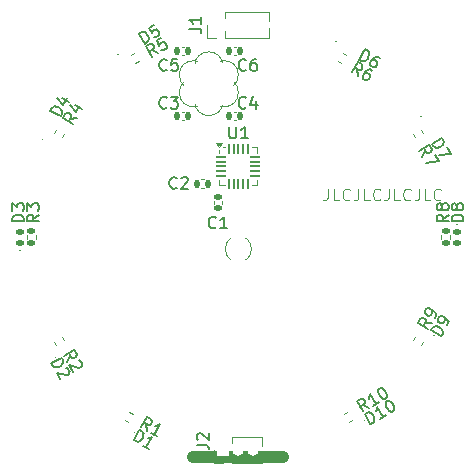
<source format=gto>
%TF.GenerationSoftware,KiCad,Pcbnew,8.0.7*%
%TF.CreationDate,2024-12-04T21:33:05-06:00*%
%TF.ProjectId,b1,62312e6b-6963-4616-945f-706362585858,rev?*%
%TF.SameCoordinates,Original*%
%TF.FileFunction,Legend,Top*%
%TF.FilePolarity,Positive*%
%FSLAX46Y46*%
G04 Gerber Fmt 4.6, Leading zero omitted, Abs format (unit mm)*
G04 Created by KiCad (PCBNEW 8.0.7) date 2024-12-04 21:33:05*
%MOMM*%
%LPD*%
G01*
G04 APERTURE LIST*
G04 Aperture macros list*
%AMRoundRect*
0 Rectangle with rounded corners*
0 $1 Rounding radius*
0 $2 $3 $4 $5 $6 $7 $8 $9 X,Y pos of 4 corners*
0 Add a 4 corners polygon primitive as box body*
4,1,4,$2,$3,$4,$5,$6,$7,$8,$9,$2,$3,0*
0 Add four circle primitives for the rounded corners*
1,1,$1+$1,$2,$3*
1,1,$1+$1,$4,$5*
1,1,$1+$1,$6,$7*
1,1,$1+$1,$8,$9*
0 Add four rect primitives between the rounded corners*
20,1,$1+$1,$2,$3,$4,$5,0*
20,1,$1+$1,$4,$5,$6,$7,0*
20,1,$1+$1,$6,$7,$8,$9,0*
20,1,$1+$1,$8,$9,$2,$3,0*%
G04 Aperture macros list end*
%ADD10C,0.100000*%
%ADD11C,0.150000*%
%ADD12C,1.000000*%
%ADD13C,0.120000*%
%ADD14RoundRect,0.135000X0.209413X0.092715X-0.024413X0.227715X-0.209413X-0.092715X0.024413X-0.227715X0*%
%ADD15RoundRect,0.147500X0.223139X-0.041489X0.075639X0.213989X-0.223139X0.041489X-0.075639X-0.213989X0*%
%ADD16RoundRect,0.140000X-0.140000X-0.170000X0.140000X-0.170000X0.140000X0.170000X-0.140000X0.170000X0*%
%ADD17O,1.000000X1.000000*%
%ADD18R,1.000000X1.000000*%
%ADD19RoundRect,0.135000X0.227715X-0.024413X0.092715X0.209413X-0.227715X0.024413X-0.092715X-0.209413X0*%
%ADD20RoundRect,0.147500X0.213989X0.075639X-0.041489X0.223139X-0.213989X-0.075639X0.041489X-0.223139X0*%
%ADD21RoundRect,0.050000X-0.375000X-0.050000X0.375000X-0.050000X0.375000X0.050000X-0.375000X0.050000X0*%
%ADD22RoundRect,0.050000X-0.050000X-0.375000X0.050000X-0.375000X0.050000X0.375000X-0.050000X0.375000X0*%
%ADD23R,1.650000X1.650000*%
%ADD24C,2.000000*%
%ADD25RoundRect,0.140000X-0.170000X0.140000X-0.170000X-0.140000X0.170000X-0.140000X0.170000X0.140000X0*%
%ADD26RoundRect,0.140000X0.140000X0.170000X-0.140000X0.170000X-0.140000X-0.170000X0.140000X-0.170000X0*%
%ADD27RoundRect,0.135000X0.024413X0.227715X-0.209413X0.092715X-0.024413X-0.227715X0.209413X-0.092715X0*%
%ADD28RoundRect,0.147500X-0.213989X-0.075639X0.041489X-0.223139X0.213989X0.075639X-0.041489X0.223139X0*%
%ADD29RoundRect,0.135000X-0.185000X0.135000X-0.185000X-0.135000X0.185000X-0.135000X0.185000X0.135000X0*%
%ADD30RoundRect,0.135000X0.092715X-0.209413X0.227715X0.024413X-0.092715X0.209413X-0.227715X-0.024413X0*%
%ADD31RoundRect,0.135000X0.185000X-0.135000X0.185000X0.135000X-0.185000X0.135000X-0.185000X-0.135000X0*%
%ADD32RoundRect,0.147500X0.041489X0.223139X-0.213989X0.075639X-0.041489X-0.223139X0.213989X-0.075639X0*%
%ADD33RoundRect,0.135000X-0.209413X-0.092715X0.024413X-0.227715X0.209413X0.092715X-0.024413X0.227715X0*%
%ADD34RoundRect,0.135000X-0.024413X-0.227715X0.209413X-0.092715X0.024413X0.227715X-0.209413X0.092715X0*%
%ADD35C,10.000000*%
%ADD36RoundRect,0.135000X-0.092715X0.209413X-0.227715X-0.024413X0.092715X-0.209413X0.227715X0.024413X0*%
%ADD37O,1.200000X3.200000*%
%ADD38RoundRect,0.147500X-0.041489X-0.223139X0.213989X-0.075639X0.041489X0.223139X-0.213989X0.075639X0*%
%ADD39RoundRect,0.147500X-0.075639X0.213989X-0.223139X-0.041489X0.075639X-0.213989X0.223139X0.041489X0*%
%ADD40C,4.000000*%
%ADD41RoundRect,0.135000X-0.227715X0.024413X-0.092715X-0.209413X0.227715X-0.024413X0.092715X0.209413X0*%
%ADD42RoundRect,0.147500X0.172500X-0.147500X0.172500X0.147500X-0.172500X0.147500X-0.172500X-0.147500X0*%
%ADD43RoundRect,0.147500X0.075639X-0.213989X0.223139X0.041489X-0.075639X0.213989X-0.223139X-0.041489X0*%
%ADD44RoundRect,0.147500X-0.223139X0.041489X-0.075639X-0.213989X0.223139X-0.041489X0.075639X0.213989X0*%
%ADD45RoundRect,0.147500X-0.172500X0.147500X-0.172500X-0.147500X0.172500X-0.147500X0.172500X0.147500X0*%
G04 APERTURE END LIST*
D10*
X57589598Y-45872419D02*
X57589598Y-46586704D01*
X57589598Y-46586704D02*
X57541979Y-46729561D01*
X57541979Y-46729561D02*
X57446741Y-46824800D01*
X57446741Y-46824800D02*
X57303884Y-46872419D01*
X57303884Y-46872419D02*
X57208646Y-46872419D01*
X58541979Y-46872419D02*
X58065789Y-46872419D01*
X58065789Y-46872419D02*
X58065789Y-45872419D01*
X59446741Y-46777180D02*
X59399122Y-46824800D01*
X59399122Y-46824800D02*
X59256265Y-46872419D01*
X59256265Y-46872419D02*
X59161027Y-46872419D01*
X59161027Y-46872419D02*
X59018170Y-46824800D01*
X59018170Y-46824800D02*
X58922932Y-46729561D01*
X58922932Y-46729561D02*
X58875313Y-46634323D01*
X58875313Y-46634323D02*
X58827694Y-46443847D01*
X58827694Y-46443847D02*
X58827694Y-46300990D01*
X58827694Y-46300990D02*
X58875313Y-46110514D01*
X58875313Y-46110514D02*
X58922932Y-46015276D01*
X58922932Y-46015276D02*
X59018170Y-45920038D01*
X59018170Y-45920038D02*
X59161027Y-45872419D01*
X59161027Y-45872419D02*
X59256265Y-45872419D01*
X59256265Y-45872419D02*
X59399122Y-45920038D01*
X59399122Y-45920038D02*
X59446741Y-45967657D01*
X60161027Y-45872419D02*
X60161027Y-46586704D01*
X60161027Y-46586704D02*
X60113408Y-46729561D01*
X60113408Y-46729561D02*
X60018170Y-46824800D01*
X60018170Y-46824800D02*
X59875313Y-46872419D01*
X59875313Y-46872419D02*
X59780075Y-46872419D01*
X61113408Y-46872419D02*
X60637218Y-46872419D01*
X60637218Y-46872419D02*
X60637218Y-45872419D01*
X62018170Y-46777180D02*
X61970551Y-46824800D01*
X61970551Y-46824800D02*
X61827694Y-46872419D01*
X61827694Y-46872419D02*
X61732456Y-46872419D01*
X61732456Y-46872419D02*
X61589599Y-46824800D01*
X61589599Y-46824800D02*
X61494361Y-46729561D01*
X61494361Y-46729561D02*
X61446742Y-46634323D01*
X61446742Y-46634323D02*
X61399123Y-46443847D01*
X61399123Y-46443847D02*
X61399123Y-46300990D01*
X61399123Y-46300990D02*
X61446742Y-46110514D01*
X61446742Y-46110514D02*
X61494361Y-46015276D01*
X61494361Y-46015276D02*
X61589599Y-45920038D01*
X61589599Y-45920038D02*
X61732456Y-45872419D01*
X61732456Y-45872419D02*
X61827694Y-45872419D01*
X61827694Y-45872419D02*
X61970551Y-45920038D01*
X61970551Y-45920038D02*
X62018170Y-45967657D01*
X62732456Y-45872419D02*
X62732456Y-46586704D01*
X62732456Y-46586704D02*
X62684837Y-46729561D01*
X62684837Y-46729561D02*
X62589599Y-46824800D01*
X62589599Y-46824800D02*
X62446742Y-46872419D01*
X62446742Y-46872419D02*
X62351504Y-46872419D01*
X63684837Y-46872419D02*
X63208647Y-46872419D01*
X63208647Y-46872419D02*
X63208647Y-45872419D01*
X64589599Y-46777180D02*
X64541980Y-46824800D01*
X64541980Y-46824800D02*
X64399123Y-46872419D01*
X64399123Y-46872419D02*
X64303885Y-46872419D01*
X64303885Y-46872419D02*
X64161028Y-46824800D01*
X64161028Y-46824800D02*
X64065790Y-46729561D01*
X64065790Y-46729561D02*
X64018171Y-46634323D01*
X64018171Y-46634323D02*
X63970552Y-46443847D01*
X63970552Y-46443847D02*
X63970552Y-46300990D01*
X63970552Y-46300990D02*
X64018171Y-46110514D01*
X64018171Y-46110514D02*
X64065790Y-46015276D01*
X64065790Y-46015276D02*
X64161028Y-45920038D01*
X64161028Y-45920038D02*
X64303885Y-45872419D01*
X64303885Y-45872419D02*
X64399123Y-45872419D01*
X64399123Y-45872419D02*
X64541980Y-45920038D01*
X64541980Y-45920038D02*
X64589599Y-45967657D01*
X65303885Y-45872419D02*
X65303885Y-46586704D01*
X65303885Y-46586704D02*
X65256266Y-46729561D01*
X65256266Y-46729561D02*
X65161028Y-46824800D01*
X65161028Y-46824800D02*
X65018171Y-46872419D01*
X65018171Y-46872419D02*
X64922933Y-46872419D01*
X66256266Y-46872419D02*
X65780076Y-46872419D01*
X65780076Y-46872419D02*
X65780076Y-45872419D01*
X67161028Y-46777180D02*
X67113409Y-46824800D01*
X67113409Y-46824800D02*
X66970552Y-46872419D01*
X66970552Y-46872419D02*
X66875314Y-46872419D01*
X66875314Y-46872419D02*
X66732457Y-46824800D01*
X66732457Y-46824800D02*
X66637219Y-46729561D01*
X66637219Y-46729561D02*
X66589600Y-46634323D01*
X66589600Y-46634323D02*
X66541981Y-46443847D01*
X66541981Y-46443847D02*
X66541981Y-46300990D01*
X66541981Y-46300990D02*
X66589600Y-46110514D01*
X66589600Y-46110514D02*
X66637219Y-46015276D01*
X66637219Y-46015276D02*
X66732457Y-45920038D01*
X66732457Y-45920038D02*
X66875314Y-45872419D01*
X66875314Y-45872419D02*
X66970552Y-45872419D01*
X66970552Y-45872419D02*
X67113409Y-45920038D01*
X67113409Y-45920038D02*
X67161028Y-45967657D01*
D11*
X42250146Y-66373528D02*
X42199566Y-65794469D01*
X41755274Y-66087814D02*
X42255274Y-65221789D01*
X42255274Y-65221789D02*
X42585189Y-65412265D01*
X42585189Y-65412265D02*
X42643858Y-65501123D01*
X42643858Y-65501123D02*
X42661288Y-65566172D01*
X42661288Y-65566172D02*
X42654908Y-65672460D01*
X42654908Y-65672460D02*
X42583479Y-65796178D01*
X42583479Y-65796178D02*
X42494621Y-65854847D01*
X42494621Y-65854847D02*
X42429572Y-65872277D01*
X42429572Y-65872277D02*
X42323284Y-65865897D01*
X42323284Y-65865897D02*
X41993370Y-65675421D01*
X43074932Y-66849719D02*
X42580060Y-66564004D01*
X42827496Y-66706862D02*
X43327496Y-65840836D01*
X43327496Y-65840836D02*
X43173589Y-65916935D01*
X43173589Y-65916935D02*
X43043491Y-65951795D01*
X43043491Y-65951795D02*
X42937203Y-65945415D01*
X34166431Y-60685093D02*
X35032457Y-60185093D01*
X35032457Y-60185093D02*
X35151504Y-60391290D01*
X35151504Y-60391290D02*
X35181694Y-60538817D01*
X35181694Y-60538817D02*
X35146834Y-60668915D01*
X35146834Y-60668915D02*
X35088165Y-60757773D01*
X35088165Y-60757773D02*
X34947017Y-60894251D01*
X34947017Y-60894251D02*
X34823299Y-60965679D01*
X34823299Y-60965679D02*
X34634533Y-61019678D01*
X34634533Y-61019678D02*
X34528244Y-61026058D01*
X34528244Y-61026058D02*
X34398147Y-60991198D01*
X34398147Y-60991198D02*
X34285479Y-60891290D01*
X34285479Y-60891290D02*
X34166431Y-60685093D01*
X35426169Y-61057499D02*
X35491217Y-61074928D01*
X35491217Y-61074928D02*
X35580076Y-61133597D01*
X35580076Y-61133597D02*
X35699123Y-61339794D01*
X35699123Y-61339794D02*
X35705503Y-61446082D01*
X35705503Y-61446082D02*
X35688073Y-61511131D01*
X35688073Y-61511131D02*
X35629404Y-61599989D01*
X35629404Y-61599989D02*
X35546926Y-61647608D01*
X35546926Y-61647608D02*
X35399398Y-61677798D01*
X35399398Y-61677798D02*
X34618812Y-61468640D01*
X34618812Y-61468640D02*
X34928336Y-62004751D01*
X50633333Y-35809580D02*
X50585714Y-35857200D01*
X50585714Y-35857200D02*
X50442857Y-35904819D01*
X50442857Y-35904819D02*
X50347619Y-35904819D01*
X50347619Y-35904819D02*
X50204762Y-35857200D01*
X50204762Y-35857200D02*
X50109524Y-35761961D01*
X50109524Y-35761961D02*
X50061905Y-35666723D01*
X50061905Y-35666723D02*
X50014286Y-35476247D01*
X50014286Y-35476247D02*
X50014286Y-35333390D01*
X50014286Y-35333390D02*
X50061905Y-35142914D01*
X50061905Y-35142914D02*
X50109524Y-35047676D01*
X50109524Y-35047676D02*
X50204762Y-34952438D01*
X50204762Y-34952438D02*
X50347619Y-34904819D01*
X50347619Y-34904819D02*
X50442857Y-34904819D01*
X50442857Y-34904819D02*
X50585714Y-34952438D01*
X50585714Y-34952438D02*
X50633333Y-35000057D01*
X51490476Y-34904819D02*
X51300000Y-34904819D01*
X51300000Y-34904819D02*
X51204762Y-34952438D01*
X51204762Y-34952438D02*
X51157143Y-35000057D01*
X51157143Y-35000057D02*
X51061905Y-35142914D01*
X51061905Y-35142914D02*
X51014286Y-35333390D01*
X51014286Y-35333390D02*
X51014286Y-35714342D01*
X51014286Y-35714342D02*
X51061905Y-35809580D01*
X51061905Y-35809580D02*
X51109524Y-35857200D01*
X51109524Y-35857200D02*
X51204762Y-35904819D01*
X51204762Y-35904819D02*
X51395238Y-35904819D01*
X51395238Y-35904819D02*
X51490476Y-35857200D01*
X51490476Y-35857200D02*
X51538095Y-35809580D01*
X51538095Y-35809580D02*
X51585714Y-35714342D01*
X51585714Y-35714342D02*
X51585714Y-35476247D01*
X51585714Y-35476247D02*
X51538095Y-35381009D01*
X51538095Y-35381009D02*
X51490476Y-35333390D01*
X51490476Y-35333390D02*
X51395238Y-35285771D01*
X51395238Y-35285771D02*
X51204762Y-35285771D01*
X51204762Y-35285771D02*
X51109524Y-35333390D01*
X51109524Y-35333390D02*
X51061905Y-35381009D01*
X51061905Y-35381009D02*
X51014286Y-35476247D01*
X45854819Y-32333333D02*
X46569104Y-32333333D01*
X46569104Y-32333333D02*
X46711961Y-32380952D01*
X46711961Y-32380952D02*
X46807200Y-32476190D01*
X46807200Y-32476190D02*
X46854819Y-32619047D01*
X46854819Y-32619047D02*
X46854819Y-32714285D01*
X46854819Y-31333333D02*
X46854819Y-31904761D01*
X46854819Y-31619047D02*
X45854819Y-31619047D01*
X45854819Y-31619047D02*
X45997676Y-31714285D01*
X45997676Y-31714285D02*
X46092914Y-31809523D01*
X46092914Y-31809523D02*
X46140533Y-31904761D01*
X35534678Y-60554965D02*
X35780404Y-60028195D01*
X35248963Y-60060093D02*
X36114989Y-59560093D01*
X36114989Y-59560093D02*
X36305465Y-59890008D01*
X36305465Y-59890008D02*
X36311845Y-59996296D01*
X36311845Y-59996296D02*
X36294415Y-60061345D01*
X36294415Y-60061345D02*
X36235746Y-60150203D01*
X36235746Y-60150203D02*
X36112028Y-60221632D01*
X36112028Y-60221632D02*
X36005740Y-60228011D01*
X36005740Y-60228011D02*
X35940691Y-60210582D01*
X35940691Y-60210582D02*
X35851833Y-60151913D01*
X35851833Y-60151913D02*
X35661356Y-59821998D01*
X36508701Y-60432499D02*
X36573749Y-60449928D01*
X36573749Y-60449928D02*
X36662608Y-60508597D01*
X36662608Y-60508597D02*
X36781655Y-60714794D01*
X36781655Y-60714794D02*
X36788035Y-60821082D01*
X36788035Y-60821082D02*
X36770605Y-60886131D01*
X36770605Y-60886131D02*
X36711936Y-60974989D01*
X36711936Y-60974989D02*
X36629458Y-61022608D01*
X36629458Y-61022608D02*
X36481930Y-61052798D01*
X36481930Y-61052798D02*
X35701344Y-60843640D01*
X35701344Y-60843640D02*
X36010868Y-61379751D01*
X41130274Y-67170346D02*
X41630274Y-66304321D01*
X41630274Y-66304321D02*
X41836471Y-66423368D01*
X41836471Y-66423368D02*
X41936379Y-66536036D01*
X41936379Y-66536036D02*
X41971239Y-66666134D01*
X41971239Y-66666134D02*
X41964859Y-66772422D01*
X41964859Y-66772422D02*
X41910860Y-66961189D01*
X41910860Y-66961189D02*
X41839432Y-67084907D01*
X41839432Y-67084907D02*
X41702954Y-67226054D01*
X41702954Y-67226054D02*
X41614096Y-67284723D01*
X41614096Y-67284723D02*
X41483998Y-67319583D01*
X41483998Y-67319583D02*
X41336471Y-67289394D01*
X41336471Y-67289394D02*
X41130274Y-67170346D01*
X42449932Y-67932251D02*
X41955060Y-67646536D01*
X42202496Y-67789394D02*
X42702496Y-66923368D01*
X42702496Y-66923368D02*
X42548589Y-66999467D01*
X42548589Y-66999467D02*
X42418491Y-67034327D01*
X42418491Y-67034327D02*
X42312203Y-67027947D01*
X49238095Y-40624819D02*
X49238095Y-41434342D01*
X49238095Y-41434342D02*
X49285714Y-41529580D01*
X49285714Y-41529580D02*
X49333333Y-41577200D01*
X49333333Y-41577200D02*
X49428571Y-41624819D01*
X49428571Y-41624819D02*
X49619047Y-41624819D01*
X49619047Y-41624819D02*
X49714285Y-41577200D01*
X49714285Y-41577200D02*
X49761904Y-41529580D01*
X49761904Y-41529580D02*
X49809523Y-41434342D01*
X49809523Y-41434342D02*
X49809523Y-40624819D01*
X50809523Y-41624819D02*
X50238095Y-41624819D01*
X50523809Y-41624819D02*
X50523809Y-40624819D01*
X50523809Y-40624819D02*
X50428571Y-40767676D01*
X50428571Y-40767676D02*
X50333333Y-40862914D01*
X50333333Y-40862914D02*
X50238095Y-40910533D01*
X48108333Y-49159580D02*
X48060714Y-49207200D01*
X48060714Y-49207200D02*
X47917857Y-49254819D01*
X47917857Y-49254819D02*
X47822619Y-49254819D01*
X47822619Y-49254819D02*
X47679762Y-49207200D01*
X47679762Y-49207200D02*
X47584524Y-49111961D01*
X47584524Y-49111961D02*
X47536905Y-49016723D01*
X47536905Y-49016723D02*
X47489286Y-48826247D01*
X47489286Y-48826247D02*
X47489286Y-48683390D01*
X47489286Y-48683390D02*
X47536905Y-48492914D01*
X47536905Y-48492914D02*
X47584524Y-48397676D01*
X47584524Y-48397676D02*
X47679762Y-48302438D01*
X47679762Y-48302438D02*
X47822619Y-48254819D01*
X47822619Y-48254819D02*
X47917857Y-48254819D01*
X47917857Y-48254819D02*
X48060714Y-48302438D01*
X48060714Y-48302438D02*
X48108333Y-48350057D01*
X49060714Y-49254819D02*
X48489286Y-49254819D01*
X48775000Y-49254819D02*
X48775000Y-48254819D01*
X48775000Y-48254819D02*
X48679762Y-48397676D01*
X48679762Y-48397676D02*
X48584524Y-48492914D01*
X48584524Y-48492914D02*
X48489286Y-48540533D01*
X43933333Y-35809580D02*
X43885714Y-35857200D01*
X43885714Y-35857200D02*
X43742857Y-35904819D01*
X43742857Y-35904819D02*
X43647619Y-35904819D01*
X43647619Y-35904819D02*
X43504762Y-35857200D01*
X43504762Y-35857200D02*
X43409524Y-35761961D01*
X43409524Y-35761961D02*
X43361905Y-35666723D01*
X43361905Y-35666723D02*
X43314286Y-35476247D01*
X43314286Y-35476247D02*
X43314286Y-35333390D01*
X43314286Y-35333390D02*
X43361905Y-35142914D01*
X43361905Y-35142914D02*
X43409524Y-35047676D01*
X43409524Y-35047676D02*
X43504762Y-34952438D01*
X43504762Y-34952438D02*
X43647619Y-34904819D01*
X43647619Y-34904819D02*
X43742857Y-34904819D01*
X43742857Y-34904819D02*
X43885714Y-34952438D01*
X43885714Y-34952438D02*
X43933333Y-35000057D01*
X44838095Y-34904819D02*
X44361905Y-34904819D01*
X44361905Y-34904819D02*
X44314286Y-35381009D01*
X44314286Y-35381009D02*
X44361905Y-35333390D01*
X44361905Y-35333390D02*
X44457143Y-35285771D01*
X44457143Y-35285771D02*
X44695238Y-35285771D01*
X44695238Y-35285771D02*
X44790476Y-35333390D01*
X44790476Y-35333390D02*
X44838095Y-35381009D01*
X44838095Y-35381009D02*
X44885714Y-35476247D01*
X44885714Y-35476247D02*
X44885714Y-35714342D01*
X44885714Y-35714342D02*
X44838095Y-35809580D01*
X44838095Y-35809580D02*
X44790476Y-35857200D01*
X44790476Y-35857200D02*
X44695238Y-35904819D01*
X44695238Y-35904819D02*
X44457143Y-35904819D01*
X44457143Y-35904819D02*
X44361905Y-35857200D01*
X44361905Y-35857200D02*
X44314286Y-35809580D01*
X61054965Y-64465320D02*
X60528195Y-64219594D01*
X60560093Y-64751035D02*
X60060093Y-63885009D01*
X60060093Y-63885009D02*
X60390008Y-63694533D01*
X60390008Y-63694533D02*
X60496296Y-63688153D01*
X60496296Y-63688153D02*
X60561345Y-63705583D01*
X60561345Y-63705583D02*
X60650203Y-63764252D01*
X60650203Y-63764252D02*
X60721632Y-63887970D01*
X60721632Y-63887970D02*
X60728011Y-63994258D01*
X60728011Y-63994258D02*
X60710582Y-64059307D01*
X60710582Y-64059307D02*
X60651913Y-64148165D01*
X60651913Y-64148165D02*
X60321998Y-64338642D01*
X61879751Y-63989130D02*
X61384879Y-64274844D01*
X61632315Y-64131987D02*
X61132315Y-63265962D01*
X61132315Y-63265962D02*
X61121265Y-63437299D01*
X61121265Y-63437299D02*
X61086406Y-63567396D01*
X61086406Y-63567396D02*
X61027737Y-63656255D01*
X61915862Y-62813581D02*
X61998341Y-62765962D01*
X61998341Y-62765962D02*
X62104629Y-62759582D01*
X62104629Y-62759582D02*
X62169678Y-62777012D01*
X62169678Y-62777012D02*
X62258536Y-62835681D01*
X62258536Y-62835681D02*
X62395013Y-62976829D01*
X62395013Y-62976829D02*
X62514061Y-63183025D01*
X62514061Y-63183025D02*
X62568060Y-63371792D01*
X62568060Y-63371792D02*
X62574440Y-63478080D01*
X62574440Y-63478080D02*
X62557010Y-63543129D01*
X62557010Y-63543129D02*
X62498341Y-63631987D01*
X62498341Y-63631987D02*
X62415862Y-63679606D01*
X62415862Y-63679606D02*
X62309574Y-63685986D01*
X62309574Y-63685986D02*
X62244525Y-63668556D01*
X62244525Y-63668556D02*
X62155667Y-63609887D01*
X62155667Y-63609887D02*
X62019189Y-63468739D01*
X62019189Y-63468739D02*
X61900142Y-63262543D01*
X61900142Y-63262543D02*
X61846143Y-63073776D01*
X61846143Y-63073776D02*
X61839763Y-62967488D01*
X61839763Y-62967488D02*
X61857193Y-62902439D01*
X61857193Y-62902439D02*
X61915862Y-62813581D01*
X60230274Y-34954201D02*
X60730274Y-34088176D01*
X60730274Y-34088176D02*
X60936471Y-34207223D01*
X60936471Y-34207223D02*
X61036379Y-34319891D01*
X61036379Y-34319891D02*
X61071239Y-34449989D01*
X61071239Y-34449989D02*
X61064859Y-34556277D01*
X61064859Y-34556277D02*
X61010860Y-34745044D01*
X61010860Y-34745044D02*
X60939432Y-34868762D01*
X60939432Y-34868762D02*
X60802954Y-35009909D01*
X60802954Y-35009909D02*
X60714096Y-35068578D01*
X60714096Y-35068578D02*
X60583998Y-35103438D01*
X60583998Y-35103438D02*
X60436471Y-35073249D01*
X60436471Y-35073249D02*
X60230274Y-34954201D01*
X61967454Y-34802461D02*
X61802496Y-34707223D01*
X61802496Y-34707223D02*
X61696208Y-34700843D01*
X61696208Y-34700843D02*
X61631159Y-34718273D01*
X61631159Y-34718273D02*
X61477252Y-34794372D01*
X61477252Y-34794372D02*
X61340775Y-34935520D01*
X61340775Y-34935520D02*
X61150299Y-35265434D01*
X61150299Y-35265434D02*
X61143919Y-35371722D01*
X61143919Y-35371722D02*
X61161349Y-35436771D01*
X61161349Y-35436771D02*
X61220018Y-35525630D01*
X61220018Y-35525630D02*
X61384975Y-35620868D01*
X61384975Y-35620868D02*
X61491263Y-35627247D01*
X61491263Y-35627247D02*
X61556312Y-35609818D01*
X61556312Y-35609818D02*
X61645170Y-35551149D01*
X61645170Y-35551149D02*
X61764218Y-35344952D01*
X61764218Y-35344952D02*
X61770598Y-35238664D01*
X61770598Y-35238664D02*
X61753168Y-35173615D01*
X61753168Y-35173615D02*
X61694499Y-35084757D01*
X61694499Y-35084757D02*
X61529541Y-34989519D01*
X61529541Y-34989519D02*
X61423253Y-34983139D01*
X61423253Y-34983139D02*
X61358205Y-35000569D01*
X61358205Y-35000569D02*
X61269346Y-35059238D01*
X67804819Y-48091792D02*
X67328628Y-48425125D01*
X67804819Y-48663220D02*
X66804819Y-48663220D01*
X66804819Y-48663220D02*
X66804819Y-48282268D01*
X66804819Y-48282268D02*
X66852438Y-48187030D01*
X66852438Y-48187030D02*
X66900057Y-48139411D01*
X66900057Y-48139411D02*
X66995295Y-48091792D01*
X66995295Y-48091792D02*
X67138152Y-48091792D01*
X67138152Y-48091792D02*
X67233390Y-48139411D01*
X67233390Y-48139411D02*
X67281009Y-48187030D01*
X67281009Y-48187030D02*
X67328628Y-48282268D01*
X67328628Y-48282268D02*
X67328628Y-48663220D01*
X67233390Y-47520363D02*
X67185771Y-47615601D01*
X67185771Y-47615601D02*
X67138152Y-47663220D01*
X67138152Y-47663220D02*
X67042914Y-47710839D01*
X67042914Y-47710839D02*
X66995295Y-47710839D01*
X66995295Y-47710839D02*
X66900057Y-47663220D01*
X66900057Y-47663220D02*
X66852438Y-47615601D01*
X66852438Y-47615601D02*
X66804819Y-47520363D01*
X66804819Y-47520363D02*
X66804819Y-47329887D01*
X66804819Y-47329887D02*
X66852438Y-47234649D01*
X66852438Y-47234649D02*
X66900057Y-47187030D01*
X66900057Y-47187030D02*
X66995295Y-47139411D01*
X66995295Y-47139411D02*
X67042914Y-47139411D01*
X67042914Y-47139411D02*
X67138152Y-47187030D01*
X67138152Y-47187030D02*
X67185771Y-47234649D01*
X67185771Y-47234649D02*
X67233390Y-47329887D01*
X67233390Y-47329887D02*
X67233390Y-47520363D01*
X67233390Y-47520363D02*
X67281009Y-47615601D01*
X67281009Y-47615601D02*
X67328628Y-47663220D01*
X67328628Y-47663220D02*
X67423866Y-47710839D01*
X67423866Y-47710839D02*
X67614342Y-47710839D01*
X67614342Y-47710839D02*
X67709580Y-47663220D01*
X67709580Y-47663220D02*
X67757200Y-47615601D01*
X67757200Y-47615601D02*
X67804819Y-47520363D01*
X67804819Y-47520363D02*
X67804819Y-47329887D01*
X67804819Y-47329887D02*
X67757200Y-47234649D01*
X67757200Y-47234649D02*
X67709580Y-47187030D01*
X67709580Y-47187030D02*
X67614342Y-47139411D01*
X67614342Y-47139411D02*
X67423866Y-47139411D01*
X67423866Y-47139411D02*
X67328628Y-47187030D01*
X67328628Y-47187030D02*
X67281009Y-47234649D01*
X67281009Y-47234649D02*
X67233390Y-47329887D01*
X36322447Y-39899853D02*
X35743388Y-39950433D01*
X36036733Y-40394725D02*
X35170708Y-39894725D01*
X35170708Y-39894725D02*
X35361184Y-39564810D01*
X35361184Y-39564810D02*
X35450042Y-39506141D01*
X35450042Y-39506141D02*
X35515091Y-39488711D01*
X35515091Y-39488711D02*
X35621379Y-39495091D01*
X35621379Y-39495091D02*
X35745097Y-39566520D01*
X35745097Y-39566520D02*
X35803766Y-39655378D01*
X35803766Y-39655378D02*
X35821196Y-39720427D01*
X35821196Y-39720427D02*
X35814816Y-39826715D01*
X35814816Y-39826715D02*
X35624340Y-40156629D01*
X36173668Y-38824212D02*
X36751019Y-39157545D01*
X35724706Y-38839933D02*
X36224248Y-39403272D01*
X36224248Y-39403272D02*
X36533772Y-38867161D01*
X33104819Y-48091792D02*
X32628628Y-48425125D01*
X33104819Y-48663220D02*
X32104819Y-48663220D01*
X32104819Y-48663220D02*
X32104819Y-48282268D01*
X32104819Y-48282268D02*
X32152438Y-48187030D01*
X32152438Y-48187030D02*
X32200057Y-48139411D01*
X32200057Y-48139411D02*
X32295295Y-48091792D01*
X32295295Y-48091792D02*
X32438152Y-48091792D01*
X32438152Y-48091792D02*
X32533390Y-48139411D01*
X32533390Y-48139411D02*
X32581009Y-48187030D01*
X32581009Y-48187030D02*
X32628628Y-48282268D01*
X32628628Y-48282268D02*
X32628628Y-48663220D01*
X32104819Y-47758458D02*
X32104819Y-47139411D01*
X32104819Y-47139411D02*
X32485771Y-47472744D01*
X32485771Y-47472744D02*
X32485771Y-47329887D01*
X32485771Y-47329887D02*
X32533390Y-47234649D01*
X32533390Y-47234649D02*
X32581009Y-47187030D01*
X32581009Y-47187030D02*
X32676247Y-47139411D01*
X32676247Y-47139411D02*
X32914342Y-47139411D01*
X32914342Y-47139411D02*
X33009580Y-47187030D01*
X33009580Y-47187030D02*
X33057200Y-47234649D01*
X33057200Y-47234649D02*
X33104819Y-47329887D01*
X33104819Y-47329887D02*
X33104819Y-47615601D01*
X33104819Y-47615601D02*
X33057200Y-47710839D01*
X33057200Y-47710839D02*
X33009580Y-47758458D01*
X61185093Y-65833567D02*
X60685093Y-64967541D01*
X60685093Y-64967541D02*
X60891290Y-64848494D01*
X60891290Y-64848494D02*
X61038817Y-64818304D01*
X61038817Y-64818304D02*
X61168915Y-64853164D01*
X61168915Y-64853164D02*
X61257773Y-64911833D01*
X61257773Y-64911833D02*
X61394251Y-65052981D01*
X61394251Y-65052981D02*
X61465679Y-65176699D01*
X61465679Y-65176699D02*
X61519678Y-65365465D01*
X61519678Y-65365465D02*
X61526058Y-65471754D01*
X61526058Y-65471754D02*
X61491198Y-65601851D01*
X61491198Y-65601851D02*
X61391290Y-65714519D01*
X61391290Y-65714519D02*
X61185093Y-65833567D01*
X62504751Y-65071662D02*
X62009879Y-65357376D01*
X62257315Y-65214519D02*
X61757315Y-64348494D01*
X61757315Y-64348494D02*
X61746265Y-64519831D01*
X61746265Y-64519831D02*
X61711406Y-64649928D01*
X61711406Y-64649928D02*
X61652737Y-64738787D01*
X62540862Y-63896113D02*
X62623341Y-63848494D01*
X62623341Y-63848494D02*
X62729629Y-63842114D01*
X62729629Y-63842114D02*
X62794678Y-63859544D01*
X62794678Y-63859544D02*
X62883536Y-63918213D01*
X62883536Y-63918213D02*
X63020013Y-64059361D01*
X63020013Y-64059361D02*
X63139061Y-64265557D01*
X63139061Y-64265557D02*
X63193060Y-64454324D01*
X63193060Y-64454324D02*
X63199440Y-64560612D01*
X63199440Y-64560612D02*
X63182010Y-64625661D01*
X63182010Y-64625661D02*
X63123341Y-64714519D01*
X63123341Y-64714519D02*
X63040862Y-64762138D01*
X63040862Y-64762138D02*
X62934574Y-64768518D01*
X62934574Y-64768518D02*
X62869525Y-64751088D01*
X62869525Y-64751088D02*
X62780667Y-64692419D01*
X62780667Y-64692419D02*
X62644189Y-64551271D01*
X62644189Y-64551271D02*
X62525142Y-64345075D01*
X62525142Y-64345075D02*
X62471143Y-64156308D01*
X62471143Y-64156308D02*
X62464763Y-64050020D01*
X62464763Y-64050020D02*
X62482193Y-63984971D01*
X62482193Y-63984971D02*
X62540862Y-63896113D01*
X50633333Y-39009580D02*
X50585714Y-39057200D01*
X50585714Y-39057200D02*
X50442857Y-39104819D01*
X50442857Y-39104819D02*
X50347619Y-39104819D01*
X50347619Y-39104819D02*
X50204762Y-39057200D01*
X50204762Y-39057200D02*
X50109524Y-38961961D01*
X50109524Y-38961961D02*
X50061905Y-38866723D01*
X50061905Y-38866723D02*
X50014286Y-38676247D01*
X50014286Y-38676247D02*
X50014286Y-38533390D01*
X50014286Y-38533390D02*
X50061905Y-38342914D01*
X50061905Y-38342914D02*
X50109524Y-38247676D01*
X50109524Y-38247676D02*
X50204762Y-38152438D01*
X50204762Y-38152438D02*
X50347619Y-38104819D01*
X50347619Y-38104819D02*
X50442857Y-38104819D01*
X50442857Y-38104819D02*
X50585714Y-38152438D01*
X50585714Y-38152438D02*
X50633333Y-38200057D01*
X51490476Y-38438152D02*
X51490476Y-39104819D01*
X51252381Y-38057200D02*
X51014286Y-38771485D01*
X51014286Y-38771485D02*
X51633333Y-38771485D01*
X43933333Y-39009580D02*
X43885714Y-39057200D01*
X43885714Y-39057200D02*
X43742857Y-39104819D01*
X43742857Y-39104819D02*
X43647619Y-39104819D01*
X43647619Y-39104819D02*
X43504762Y-39057200D01*
X43504762Y-39057200D02*
X43409524Y-38961961D01*
X43409524Y-38961961D02*
X43361905Y-38866723D01*
X43361905Y-38866723D02*
X43314286Y-38676247D01*
X43314286Y-38676247D02*
X43314286Y-38533390D01*
X43314286Y-38533390D02*
X43361905Y-38342914D01*
X43361905Y-38342914D02*
X43409524Y-38247676D01*
X43409524Y-38247676D02*
X43504762Y-38152438D01*
X43504762Y-38152438D02*
X43647619Y-38104819D01*
X43647619Y-38104819D02*
X43742857Y-38104819D01*
X43742857Y-38104819D02*
X43885714Y-38152438D01*
X43885714Y-38152438D02*
X43933333Y-38200057D01*
X44266667Y-38104819D02*
X44885714Y-38104819D01*
X44885714Y-38104819D02*
X44552381Y-38485771D01*
X44552381Y-38485771D02*
X44695238Y-38485771D01*
X44695238Y-38485771D02*
X44790476Y-38533390D01*
X44790476Y-38533390D02*
X44838095Y-38581009D01*
X44838095Y-38581009D02*
X44885714Y-38676247D01*
X44885714Y-38676247D02*
X44885714Y-38914342D01*
X44885714Y-38914342D02*
X44838095Y-39009580D01*
X44838095Y-39009580D02*
X44790476Y-39057200D01*
X44790476Y-39057200D02*
X44695238Y-39104819D01*
X44695238Y-39104819D02*
X44409524Y-39104819D01*
X44409524Y-39104819D02*
X44314286Y-39057200D01*
X44314286Y-39057200D02*
X44266667Y-39009580D01*
X60100146Y-36322447D02*
X60049566Y-35743388D01*
X59605274Y-36036733D02*
X60105274Y-35170708D01*
X60105274Y-35170708D02*
X60435189Y-35361184D01*
X60435189Y-35361184D02*
X60493858Y-35450042D01*
X60493858Y-35450042D02*
X60511288Y-35515091D01*
X60511288Y-35515091D02*
X60504908Y-35621379D01*
X60504908Y-35621379D02*
X60433479Y-35745097D01*
X60433479Y-35745097D02*
X60344621Y-35803766D01*
X60344621Y-35803766D02*
X60279572Y-35821196D01*
X60279572Y-35821196D02*
X60173284Y-35814816D01*
X60173284Y-35814816D02*
X59843370Y-35624340D01*
X61342454Y-35884993D02*
X61177496Y-35789755D01*
X61177496Y-35789755D02*
X61071208Y-35783375D01*
X61071208Y-35783375D02*
X61006159Y-35800805D01*
X61006159Y-35800805D02*
X60852252Y-35876904D01*
X60852252Y-35876904D02*
X60715775Y-36018052D01*
X60715775Y-36018052D02*
X60525299Y-36347966D01*
X60525299Y-36347966D02*
X60518919Y-36454254D01*
X60518919Y-36454254D02*
X60536349Y-36519303D01*
X60536349Y-36519303D02*
X60595018Y-36608162D01*
X60595018Y-36608162D02*
X60759975Y-36703400D01*
X60759975Y-36703400D02*
X60866263Y-36709779D01*
X60866263Y-36709779D02*
X60931312Y-36692350D01*
X60931312Y-36692350D02*
X61020170Y-36633681D01*
X61020170Y-36633681D02*
X61139218Y-36427484D01*
X61139218Y-36427484D02*
X61145598Y-36321196D01*
X61145598Y-36321196D02*
X61128168Y-36256147D01*
X61128168Y-36256147D02*
X61069499Y-36167289D01*
X61069499Y-36167289D02*
X60904541Y-36072051D01*
X60904541Y-36072051D02*
X60798253Y-36065671D01*
X60798253Y-36065671D02*
X60733205Y-36083101D01*
X60733205Y-36083101D02*
X60644346Y-36141770D01*
X43204965Y-34414239D02*
X42678195Y-34168513D01*
X42710093Y-34699954D02*
X42210093Y-33833928D01*
X42210093Y-33833928D02*
X42540008Y-33643452D01*
X42540008Y-33643452D02*
X42646296Y-33637072D01*
X42646296Y-33637072D02*
X42711345Y-33654502D01*
X42711345Y-33654502D02*
X42800203Y-33713171D01*
X42800203Y-33713171D02*
X42871632Y-33836889D01*
X42871632Y-33836889D02*
X42878011Y-33943177D01*
X42878011Y-33943177D02*
X42860582Y-34008226D01*
X42860582Y-34008226D02*
X42801913Y-34097084D01*
X42801913Y-34097084D02*
X42471998Y-34287561D01*
X43488512Y-33095833D02*
X43076119Y-33333928D01*
X43076119Y-33333928D02*
X43272975Y-33770131D01*
X43272975Y-33770131D02*
X43290405Y-33705082D01*
X43290405Y-33705082D02*
X43349074Y-33616224D01*
X43349074Y-33616224D02*
X43555270Y-33497176D01*
X43555270Y-33497176D02*
X43661558Y-33490796D01*
X43661558Y-33490796D02*
X43726607Y-33508226D01*
X43726607Y-33508226D02*
X43815465Y-33566895D01*
X43815465Y-33566895D02*
X43934513Y-33773092D01*
X43934513Y-33773092D02*
X43940893Y-33879380D01*
X43940893Y-33879380D02*
X43923463Y-33944429D01*
X43923463Y-33944429D02*
X43864794Y-34033287D01*
X43864794Y-34033287D02*
X43658597Y-34152335D01*
X43658597Y-34152335D02*
X43552309Y-34158714D01*
X43552309Y-34158714D02*
X43487260Y-34141285D01*
D12*
X46190476Y-68582666D02*
X53809524Y-68582666D01*
D11*
X66373528Y-57249853D02*
X65794469Y-57300433D01*
X66087814Y-57744725D02*
X65221789Y-57244725D01*
X65221789Y-57244725D02*
X65412265Y-56914810D01*
X65412265Y-56914810D02*
X65501123Y-56856141D01*
X65501123Y-56856141D02*
X65566172Y-56838711D01*
X65566172Y-56838711D02*
X65672460Y-56845091D01*
X65672460Y-56845091D02*
X65796178Y-56916520D01*
X65796178Y-56916520D02*
X65854847Y-57005378D01*
X65854847Y-57005378D02*
X65872277Y-57070427D01*
X65872277Y-57070427D02*
X65865897Y-57176715D01*
X65865897Y-57176715D02*
X65675421Y-57506629D01*
X66611623Y-56837460D02*
X66706862Y-56672503D01*
X66706862Y-56672503D02*
X66713241Y-56566215D01*
X66713241Y-56566215D02*
X66695812Y-56501166D01*
X66695812Y-56501166D02*
X66619713Y-56347259D01*
X66619713Y-56347259D02*
X66478565Y-56210781D01*
X66478565Y-56210781D02*
X66148651Y-56020305D01*
X66148651Y-56020305D02*
X66042362Y-56013925D01*
X66042362Y-56013925D02*
X65977314Y-56031355D01*
X65977314Y-56031355D02*
X65888455Y-56090024D01*
X65888455Y-56090024D02*
X65793217Y-56254981D01*
X65793217Y-56254981D02*
X65786837Y-56361269D01*
X65786837Y-56361269D02*
X65804267Y-56426318D01*
X65804267Y-56426318D02*
X65862936Y-56515177D01*
X65862936Y-56515177D02*
X66069133Y-56634224D01*
X66069133Y-56634224D02*
X66175421Y-56640604D01*
X66175421Y-56640604D02*
X66240470Y-56623174D01*
X66240470Y-56623174D02*
X66329328Y-56564505D01*
X66329328Y-56564505D02*
X66424566Y-56399548D01*
X66424566Y-56399548D02*
X66430946Y-56293260D01*
X66430946Y-56293260D02*
X66413516Y-56228211D01*
X66413516Y-56228211D02*
X66354847Y-56139353D01*
X42085093Y-33617422D02*
X41585093Y-32751396D01*
X41585093Y-32751396D02*
X41791290Y-32632349D01*
X41791290Y-32632349D02*
X41938817Y-32602159D01*
X41938817Y-32602159D02*
X42068915Y-32637019D01*
X42068915Y-32637019D02*
X42157773Y-32695688D01*
X42157773Y-32695688D02*
X42294251Y-32836836D01*
X42294251Y-32836836D02*
X42365679Y-32960554D01*
X42365679Y-32960554D02*
X42419678Y-33149320D01*
X42419678Y-33149320D02*
X42426058Y-33255609D01*
X42426058Y-33255609D02*
X42391198Y-33385706D01*
X42391198Y-33385706D02*
X42291290Y-33498374D01*
X42291290Y-33498374D02*
X42085093Y-33617422D01*
X42863512Y-32013301D02*
X42451119Y-32251396D01*
X42451119Y-32251396D02*
X42647975Y-32687599D01*
X42647975Y-32687599D02*
X42665405Y-32622550D01*
X42665405Y-32622550D02*
X42724074Y-32533692D01*
X42724074Y-32533692D02*
X42930270Y-32414644D01*
X42930270Y-32414644D02*
X43036558Y-32408264D01*
X43036558Y-32408264D02*
X43101607Y-32425694D01*
X43101607Y-32425694D02*
X43190465Y-32484363D01*
X43190465Y-32484363D02*
X43309513Y-32690560D01*
X43309513Y-32690560D02*
X43315893Y-32796848D01*
X43315893Y-32796848D02*
X43298463Y-32861897D01*
X43298463Y-32861897D02*
X43239794Y-32950755D01*
X43239794Y-32950755D02*
X43033597Y-33069803D01*
X43033597Y-33069803D02*
X42927309Y-33076182D01*
X42927309Y-33076182D02*
X42862260Y-33058753D01*
X46489819Y-67583333D02*
X47204104Y-67583333D01*
X47204104Y-67583333D02*
X47346961Y-67630952D01*
X47346961Y-67630952D02*
X47442200Y-67726190D01*
X47442200Y-67726190D02*
X47489819Y-67869047D01*
X47489819Y-67869047D02*
X47489819Y-67964285D01*
X46585057Y-67154761D02*
X46537438Y-67107142D01*
X46537438Y-67107142D02*
X46489819Y-67011904D01*
X46489819Y-67011904D02*
X46489819Y-66773809D01*
X46489819Y-66773809D02*
X46537438Y-66678571D01*
X46537438Y-66678571D02*
X46585057Y-66630952D01*
X46585057Y-66630952D02*
X46680295Y-66583333D01*
X46680295Y-66583333D02*
X46775533Y-66583333D01*
X46775533Y-66583333D02*
X46918390Y-66630952D01*
X46918390Y-66630952D02*
X47489819Y-67202380D01*
X47489819Y-67202380D02*
X47489819Y-66583333D01*
X67170346Y-58369725D02*
X66304321Y-57869725D01*
X66304321Y-57869725D02*
X66423368Y-57663528D01*
X66423368Y-57663528D02*
X66536036Y-57563620D01*
X66536036Y-57563620D02*
X66666134Y-57528760D01*
X66666134Y-57528760D02*
X66772422Y-57535140D01*
X66772422Y-57535140D02*
X66961189Y-57589139D01*
X66961189Y-57589139D02*
X67084907Y-57660567D01*
X67084907Y-57660567D02*
X67226054Y-57797045D01*
X67226054Y-57797045D02*
X67284723Y-57885903D01*
X67284723Y-57885903D02*
X67319583Y-58016001D01*
X67319583Y-58016001D02*
X67289394Y-58163528D01*
X67289394Y-58163528D02*
X67170346Y-58369725D01*
X67694155Y-57462460D02*
X67789394Y-57297503D01*
X67789394Y-57297503D02*
X67795773Y-57191215D01*
X67795773Y-57191215D02*
X67778344Y-57126166D01*
X67778344Y-57126166D02*
X67702245Y-56972259D01*
X67702245Y-56972259D02*
X67561097Y-56835781D01*
X67561097Y-56835781D02*
X67231183Y-56645305D01*
X67231183Y-56645305D02*
X67124894Y-56638925D01*
X67124894Y-56638925D02*
X67059846Y-56656355D01*
X67059846Y-56656355D02*
X66970987Y-56715024D01*
X66970987Y-56715024D02*
X66875749Y-56879981D01*
X66875749Y-56879981D02*
X66869369Y-56986269D01*
X66869369Y-56986269D02*
X66886799Y-57051318D01*
X66886799Y-57051318D02*
X66945468Y-57140177D01*
X66945468Y-57140177D02*
X67151665Y-57259224D01*
X67151665Y-57259224D02*
X67257953Y-57265604D01*
X67257953Y-57265604D02*
X67323002Y-57248174D01*
X67323002Y-57248174D02*
X67411860Y-57189505D01*
X67411860Y-57189505D02*
X67507098Y-57024548D01*
X67507098Y-57024548D02*
X67513478Y-56918260D01*
X67513478Y-56918260D02*
X67496048Y-56853211D01*
X67496048Y-56853211D02*
X67437379Y-56764353D01*
X49595238Y-57033009D02*
X49738095Y-57080628D01*
X49738095Y-57080628D02*
X49785714Y-57128247D01*
X49785714Y-57128247D02*
X49833333Y-57223485D01*
X49833333Y-57223485D02*
X49833333Y-57366342D01*
X49833333Y-57366342D02*
X49785714Y-57461580D01*
X49785714Y-57461580D02*
X49738095Y-57509200D01*
X49738095Y-57509200D02*
X49642857Y-57556819D01*
X49642857Y-57556819D02*
X49261905Y-57556819D01*
X49261905Y-57556819D02*
X49261905Y-56556819D01*
X49261905Y-56556819D02*
X49595238Y-56556819D01*
X49595238Y-56556819D02*
X49690476Y-56604438D01*
X49690476Y-56604438D02*
X49738095Y-56652057D01*
X49738095Y-56652057D02*
X49785714Y-56747295D01*
X49785714Y-56747295D02*
X49785714Y-56842533D01*
X49785714Y-56842533D02*
X49738095Y-56937771D01*
X49738095Y-56937771D02*
X49690476Y-56985390D01*
X49690476Y-56985390D02*
X49595238Y-57033009D01*
X49595238Y-57033009D02*
X49261905Y-57033009D01*
X50785714Y-57556819D02*
X50214286Y-57556819D01*
X50500000Y-57556819D02*
X50500000Y-56556819D01*
X50500000Y-56556819D02*
X50404762Y-56699676D01*
X50404762Y-56699676D02*
X50309524Y-56794914D01*
X50309524Y-56794914D02*
X50214286Y-56842533D01*
X65585758Y-43204965D02*
X65831484Y-42678195D01*
X65300043Y-42710093D02*
X66166069Y-42210093D01*
X66166069Y-42210093D02*
X66356545Y-42540008D01*
X66356545Y-42540008D02*
X66362925Y-42646296D01*
X66362925Y-42646296D02*
X66345495Y-42711345D01*
X66345495Y-42711345D02*
X66286826Y-42800203D01*
X66286826Y-42800203D02*
X66163108Y-42871632D01*
X66163108Y-42871632D02*
X66056820Y-42878011D01*
X66056820Y-42878011D02*
X65991771Y-42860582D01*
X65991771Y-42860582D02*
X65902913Y-42801913D01*
X65902913Y-42801913D02*
X65712436Y-42471998D01*
X66618450Y-42993640D02*
X66951783Y-43570990D01*
X66951783Y-43570990D02*
X65871472Y-43699837D01*
X31854819Y-48663220D02*
X30854819Y-48663220D01*
X30854819Y-48663220D02*
X30854819Y-48425125D01*
X30854819Y-48425125D02*
X30902438Y-48282268D01*
X30902438Y-48282268D02*
X30997676Y-48187030D01*
X30997676Y-48187030D02*
X31092914Y-48139411D01*
X31092914Y-48139411D02*
X31283390Y-48091792D01*
X31283390Y-48091792D02*
X31426247Y-48091792D01*
X31426247Y-48091792D02*
X31616723Y-48139411D01*
X31616723Y-48139411D02*
X31711961Y-48187030D01*
X31711961Y-48187030D02*
X31807200Y-48282268D01*
X31807200Y-48282268D02*
X31854819Y-48425125D01*
X31854819Y-48425125D02*
X31854819Y-48663220D01*
X30854819Y-47758458D02*
X30854819Y-47139411D01*
X30854819Y-47139411D02*
X31235771Y-47472744D01*
X31235771Y-47472744D02*
X31235771Y-47329887D01*
X31235771Y-47329887D02*
X31283390Y-47234649D01*
X31283390Y-47234649D02*
X31331009Y-47187030D01*
X31331009Y-47187030D02*
X31426247Y-47139411D01*
X31426247Y-47139411D02*
X31664342Y-47139411D01*
X31664342Y-47139411D02*
X31759580Y-47187030D01*
X31759580Y-47187030D02*
X31807200Y-47234649D01*
X31807200Y-47234649D02*
X31854819Y-47329887D01*
X31854819Y-47329887D02*
X31854819Y-47615601D01*
X31854819Y-47615601D02*
X31807200Y-47710839D01*
X31807200Y-47710839D02*
X31759580Y-47758458D01*
X34954201Y-39769725D02*
X34088176Y-39269725D01*
X34088176Y-39269725D02*
X34207223Y-39063528D01*
X34207223Y-39063528D02*
X34319891Y-38963620D01*
X34319891Y-38963620D02*
X34449989Y-38928760D01*
X34449989Y-38928760D02*
X34556277Y-38935140D01*
X34556277Y-38935140D02*
X34745044Y-38989139D01*
X34745044Y-38989139D02*
X34868762Y-39060567D01*
X34868762Y-39060567D02*
X35009909Y-39197045D01*
X35009909Y-39197045D02*
X35068578Y-39285903D01*
X35068578Y-39285903D02*
X35103438Y-39416001D01*
X35103438Y-39416001D02*
X35073249Y-39563528D01*
X35073249Y-39563528D02*
X34954201Y-39769725D01*
X35091136Y-38199212D02*
X35668487Y-38532545D01*
X34642174Y-38214933D02*
X35141716Y-38778272D01*
X35141716Y-38778272D02*
X35451240Y-38242161D01*
X66382576Y-42085093D02*
X67248602Y-41585093D01*
X67248602Y-41585093D02*
X67367649Y-41791290D01*
X67367649Y-41791290D02*
X67397839Y-41938817D01*
X67397839Y-41938817D02*
X67362979Y-42068915D01*
X67362979Y-42068915D02*
X67304310Y-42157773D01*
X67304310Y-42157773D02*
X67163162Y-42294251D01*
X67163162Y-42294251D02*
X67039444Y-42365679D01*
X67039444Y-42365679D02*
X66850678Y-42419678D01*
X66850678Y-42419678D02*
X66744389Y-42426058D01*
X66744389Y-42426058D02*
X66614292Y-42391198D01*
X66614292Y-42391198D02*
X66501624Y-42291290D01*
X66501624Y-42291290D02*
X66382576Y-42085093D01*
X67700983Y-42368640D02*
X68034316Y-42945990D01*
X68034316Y-42945990D02*
X66954005Y-43074837D01*
X44783333Y-45809580D02*
X44735714Y-45857200D01*
X44735714Y-45857200D02*
X44592857Y-45904819D01*
X44592857Y-45904819D02*
X44497619Y-45904819D01*
X44497619Y-45904819D02*
X44354762Y-45857200D01*
X44354762Y-45857200D02*
X44259524Y-45761961D01*
X44259524Y-45761961D02*
X44211905Y-45666723D01*
X44211905Y-45666723D02*
X44164286Y-45476247D01*
X44164286Y-45476247D02*
X44164286Y-45333390D01*
X44164286Y-45333390D02*
X44211905Y-45142914D01*
X44211905Y-45142914D02*
X44259524Y-45047676D01*
X44259524Y-45047676D02*
X44354762Y-44952438D01*
X44354762Y-44952438D02*
X44497619Y-44904819D01*
X44497619Y-44904819D02*
X44592857Y-44904819D01*
X44592857Y-44904819D02*
X44735714Y-44952438D01*
X44735714Y-44952438D02*
X44783333Y-45000057D01*
X45164286Y-45000057D02*
X45211905Y-44952438D01*
X45211905Y-44952438D02*
X45307143Y-44904819D01*
X45307143Y-44904819D02*
X45545238Y-44904819D01*
X45545238Y-44904819D02*
X45640476Y-44952438D01*
X45640476Y-44952438D02*
X45688095Y-45000057D01*
X45688095Y-45000057D02*
X45735714Y-45095295D01*
X45735714Y-45095295D02*
X45735714Y-45190533D01*
X45735714Y-45190533D02*
X45688095Y-45333390D01*
X45688095Y-45333390D02*
X45116667Y-45904819D01*
X45116667Y-45904819D02*
X45735714Y-45904819D01*
X69054819Y-48663220D02*
X68054819Y-48663220D01*
X68054819Y-48663220D02*
X68054819Y-48425125D01*
X68054819Y-48425125D02*
X68102438Y-48282268D01*
X68102438Y-48282268D02*
X68197676Y-48187030D01*
X68197676Y-48187030D02*
X68292914Y-48139411D01*
X68292914Y-48139411D02*
X68483390Y-48091792D01*
X68483390Y-48091792D02*
X68626247Y-48091792D01*
X68626247Y-48091792D02*
X68816723Y-48139411D01*
X68816723Y-48139411D02*
X68911961Y-48187030D01*
X68911961Y-48187030D02*
X69007200Y-48282268D01*
X69007200Y-48282268D02*
X69054819Y-48425125D01*
X69054819Y-48425125D02*
X69054819Y-48663220D01*
X68483390Y-47520363D02*
X68435771Y-47615601D01*
X68435771Y-47615601D02*
X68388152Y-47663220D01*
X68388152Y-47663220D02*
X68292914Y-47710839D01*
X68292914Y-47710839D02*
X68245295Y-47710839D01*
X68245295Y-47710839D02*
X68150057Y-47663220D01*
X68150057Y-47663220D02*
X68102438Y-47615601D01*
X68102438Y-47615601D02*
X68054819Y-47520363D01*
X68054819Y-47520363D02*
X68054819Y-47329887D01*
X68054819Y-47329887D02*
X68102438Y-47234649D01*
X68102438Y-47234649D02*
X68150057Y-47187030D01*
X68150057Y-47187030D02*
X68245295Y-47139411D01*
X68245295Y-47139411D02*
X68292914Y-47139411D01*
X68292914Y-47139411D02*
X68388152Y-47187030D01*
X68388152Y-47187030D02*
X68435771Y-47234649D01*
X68435771Y-47234649D02*
X68483390Y-47329887D01*
X68483390Y-47329887D02*
X68483390Y-47520363D01*
X68483390Y-47520363D02*
X68531009Y-47615601D01*
X68531009Y-47615601D02*
X68578628Y-47663220D01*
X68578628Y-47663220D02*
X68673866Y-47710839D01*
X68673866Y-47710839D02*
X68864342Y-47710839D01*
X68864342Y-47710839D02*
X68959580Y-47663220D01*
X68959580Y-47663220D02*
X69007200Y-47615601D01*
X69007200Y-47615601D02*
X69054819Y-47520363D01*
X69054819Y-47520363D02*
X69054819Y-47329887D01*
X69054819Y-47329887D02*
X69007200Y-47234649D01*
X69007200Y-47234649D02*
X68959580Y-47187030D01*
X68959580Y-47187030D02*
X68864342Y-47139411D01*
X68864342Y-47139411D02*
X68673866Y-47139411D01*
X68673866Y-47139411D02*
X68578628Y-47187030D01*
X68578628Y-47187030D02*
X68531009Y-47234649D01*
X68531009Y-47234649D02*
X68483390Y-47329887D01*
D13*
%TO.C,R1*%
X40668057Y-65604655D02*
X40401943Y-65451014D01*
X41048057Y-64946476D02*
X40781943Y-64792835D01*
D10*
%TO.C,D2*%
X34573531Y-60193968D02*
G75*
G02*
X34473529Y-60193968I-50001J0D01*
G01*
X34473529Y-60193968D02*
G75*
G02*
X34573531Y-60193968I50001J0D01*
G01*
D13*
%TO.C,C6*%
X49592164Y-33890000D02*
X49807836Y-33890000D01*
X49592164Y-34610000D02*
X49807836Y-34610000D01*
%TO.C,J1*%
X47335000Y-33110000D02*
X47335000Y-32000000D01*
X48095000Y-33110000D02*
X47335000Y-33110000D01*
X48855000Y-30890000D02*
X52600000Y-30890000D01*
X48855000Y-31436529D02*
X48855000Y-30890000D01*
X48855000Y-33110000D02*
X48855000Y-32563471D01*
X48855000Y-33110000D02*
X52600000Y-33110000D01*
X52600000Y-31692470D02*
X52600000Y-30890000D01*
X52600000Y-33110000D02*
X52600000Y-32307530D01*
%TO.C,R2*%
X34548985Y-59098057D02*
X34395344Y-58831943D01*
X35207164Y-58718057D02*
X35053523Y-58451943D01*
D10*
%TO.C,D1*%
X41243969Y-66566469D02*
G75*
G02*
X41143967Y-66566469I-50001J0D01*
G01*
X41143967Y-66566469D02*
G75*
G02*
X41243969Y-66566469I50001J0D01*
G01*
D13*
%TO.C,U1*%
X48390000Y-42840000D02*
X48390000Y-42630000D01*
X48390000Y-45610000D02*
X48390000Y-45160000D01*
X48840000Y-42390000D02*
X48690000Y-42390000D01*
X48840000Y-45610000D02*
X48390000Y-45610000D01*
X51160000Y-42390000D02*
X51610000Y-42390000D01*
X51160000Y-45610000D02*
X51610000Y-45610000D01*
X51610000Y-42390000D02*
X51610000Y-42840000D01*
X51610000Y-45610000D02*
X51610000Y-45160000D01*
X48390000Y-42390000D02*
X48150000Y-42060000D01*
X48630000Y-42060000D01*
X48390000Y-42390000D01*
G36*
X48390000Y-42390000D02*
G01*
X48150000Y-42060000D01*
X48630000Y-42060000D01*
X48390000Y-42390000D01*
G37*
%TO.C,T51*%
X48700000Y-37000000D02*
G75*
G02*
X46300000Y-37000000I-1200000J0D01*
G01*
X46300000Y-37000000D02*
G75*
G02*
X48700000Y-37000000I1200000J0D01*
G01*
%TO.C,C1*%
X47915000Y-46942164D02*
X47915000Y-47157836D01*
X48635000Y-46942164D02*
X48635000Y-47157836D01*
%TO.C,C5*%
X45407836Y-33890000D02*
X45192164Y-33890000D01*
X45407836Y-34610000D02*
X45192164Y-34610000D01*
%TO.C,R10*%
X59218057Y-64792835D02*
X58951943Y-64946476D01*
X59598057Y-65451014D02*
X59331943Y-65604655D01*
%TO.C,T55*%
X47400961Y-37750000D02*
G75*
G02*
X45000961Y-37750000I-1200000J0D01*
G01*
X45000961Y-37750000D02*
G75*
G02*
X47400961Y-37750000I1200000J0D01*
G01*
%TO.C,T53*%
X49999038Y-37750000D02*
G75*
G02*
X47599038Y-37750000I-1200000J0D01*
G01*
X47599038Y-37750000D02*
G75*
G02*
X49999038Y-37750000I1200000J0D01*
G01*
D10*
%TO.C,D6*%
X58356033Y-33433530D02*
G75*
G02*
X58256031Y-33433530I-50001J0D01*
G01*
X58256031Y-33433530D02*
G75*
G02*
X58356033Y-33433530I50001J0D01*
G01*
D13*
%TO.C,R8*%
X67170000Y-49846359D02*
X67170000Y-50153641D01*
X67930000Y-49846359D02*
X67930000Y-50153641D01*
%TO.C,R4*%
X34395344Y-41168057D02*
X34548985Y-40901943D01*
X35053523Y-41548057D02*
X35207164Y-41281943D01*
%TO.C,R3*%
X32070000Y-50153641D02*
X32070000Y-49846359D01*
X32830000Y-50153641D02*
X32830000Y-49846359D01*
%TO.C,T51*%
X48700000Y-35500000D02*
G75*
G02*
X46300000Y-35500000I-1200000J0D01*
G01*
X46300000Y-35500000D02*
G75*
G02*
X48700000Y-35500000I1200000J0D01*
G01*
D10*
%TO.C,D10*%
X60743969Y-65476469D02*
G75*
G02*
X60643967Y-65476469I-50001J0D01*
G01*
X60643967Y-65476469D02*
G75*
G02*
X60743969Y-65476469I50001J0D01*
G01*
D13*
%TO.C,C4*%
X49592164Y-39390000D02*
X49807836Y-39390000D01*
X49592164Y-40110000D02*
X49807836Y-40110000D01*
%TO.C,T56*%
X47400961Y-36250000D02*
G75*
G02*
X45000961Y-36250000I-1200000J0D01*
G01*
X45000961Y-36250000D02*
G75*
G02*
X47400961Y-36250000I1200000J0D01*
G01*
%TO.C,C3*%
X45407836Y-39390000D02*
X45192164Y-39390000D01*
X45407836Y-40110000D02*
X45192164Y-40110000D01*
%TO.C,T52*%
X49999038Y-36250000D02*
G75*
G02*
X47599038Y-36250000I-1200000J0D01*
G01*
X47599038Y-36250000D02*
G75*
G02*
X49999038Y-36250000I1200000J0D01*
G01*
%TO.C,R6*%
X58451943Y-35053523D02*
X58718057Y-35207164D01*
X58831943Y-34395344D02*
X59098057Y-34548985D01*
%TO.C,R5*%
X40901943Y-34548985D02*
X41168057Y-34395344D01*
X41281943Y-35207164D02*
X41548057Y-35053523D01*
%TO.C,-*%
X52250000Y-60000000D02*
G75*
G02*
X47750000Y-60000000I-2250000J0D01*
G01*
X47750000Y-60000000D02*
G75*
G02*
X52250000Y-60000000I2250000J0D01*
G01*
%TO.C,T54*%
X48700000Y-38500000D02*
G75*
G02*
X46300000Y-38500000I-1200000J0D01*
G01*
X46300000Y-38500000D02*
G75*
G02*
X48700000Y-38500000I1200000J0D01*
G01*
%TO.C,R9*%
X64946476Y-58451943D02*
X64792835Y-58718057D01*
X65604655Y-58831943D02*
X65451014Y-59098057D01*
%TO.C,T1*%
X51100000Y-51000000D02*
G75*
G02*
X48900000Y-51000000I-1100000J0D01*
G01*
X48900000Y-51000000D02*
G75*
G02*
X51100000Y-51000000I1100000J0D01*
G01*
D10*
%TO.C,D5*%
X39856033Y-34523530D02*
G75*
G02*
X39756031Y-34523530I-50001J0D01*
G01*
X39756031Y-34523530D02*
G75*
G02*
X39856033Y-34523530I50001J0D01*
G01*
D13*
%TO.C,J2*%
X47970000Y-69110000D02*
X47970000Y-68000000D01*
X48730000Y-69110000D02*
X47970000Y-69110000D01*
X49490000Y-66890000D02*
X51965000Y-66890000D01*
X49490000Y-67436529D02*
X49490000Y-66890000D01*
X49490000Y-69110000D02*
X49490000Y-68563471D01*
X49490000Y-69110000D02*
X51965000Y-69110000D01*
X51965000Y-67692470D02*
X51965000Y-66890000D01*
X51965000Y-69110000D02*
X51965000Y-68307530D01*
D10*
%TO.C,D9*%
X66616470Y-58306032D02*
G75*
G02*
X66516468Y-58306032I-50001J0D01*
G01*
X66516468Y-58306032D02*
G75*
G02*
X66616470Y-58306032I50001J0D01*
G01*
D13*
%TO.C,B1*%
X52250000Y-60000000D02*
G75*
G02*
X47750000Y-60000000I-2250000J0D01*
G01*
X47750000Y-60000000D02*
G75*
G02*
X52250000Y-60000000I2250000J0D01*
G01*
%TO.C,R7*%
X64792835Y-41281943D02*
X64946476Y-41548057D01*
X65451014Y-40901943D02*
X65604655Y-41168057D01*
D10*
%TO.C,D3*%
X31550000Y-51090000D02*
G75*
G02*
X31450000Y-51090000I-50000J0D01*
G01*
X31450000Y-51090000D02*
G75*
G02*
X31550000Y-51090000I50000J0D01*
G01*
%TO.C,D4*%
X33483531Y-41693968D02*
G75*
G02*
X33383529Y-41693968I-50001J0D01*
G01*
X33383529Y-41693968D02*
G75*
G02*
X33483531Y-41693968I50001J0D01*
G01*
%TO.C,D7*%
X65526470Y-39806032D02*
G75*
G02*
X65426468Y-39806032I-50001J0D01*
G01*
X65426468Y-39806032D02*
G75*
G02*
X65526470Y-39806032I50001J0D01*
G01*
D13*
%TO.C,C2*%
X47057836Y-45090000D02*
X46842164Y-45090000D01*
X47057836Y-45810000D02*
X46842164Y-45810000D01*
D10*
%TO.C,D8*%
X68550000Y-48910000D02*
G75*
G02*
X68450000Y-48910000I-50000J0D01*
G01*
X68450000Y-48910000D02*
G75*
G02*
X68550000Y-48910000I50000J0D01*
G01*
%TD*%
%LPC*%
D14*
%TO.C,R1*%
X41166673Y-65453745D03*
X40283327Y-64943745D03*
%TD*%
D15*
%TO.C,D2*%
X34221030Y-59670022D03*
X33736030Y-58829978D03*
%TD*%
D16*
%TO.C,C6*%
X49220000Y-34250000D03*
X50180000Y-34250000D03*
%TD*%
D17*
%TO.C,J1*%
X48095000Y-32000000D03*
D18*
X49365000Y-32000000D03*
D17*
X50635000Y-32000000D03*
X51905000Y-32000000D03*
%TD*%
D19*
%TO.C,R2*%
X35056254Y-59216673D03*
X34546254Y-58333327D03*
%TD*%
D20*
%TO.C,D1*%
X40670022Y-66263969D03*
X39829978Y-65778969D03*
%TD*%
D21*
%TO.C,U1*%
X48550000Y-43200000D03*
X48550000Y-43600000D03*
X48550000Y-44000000D03*
X48550000Y-44400000D03*
X48550000Y-44800000D03*
D22*
X49200000Y-45450000D03*
X49600000Y-45450000D03*
X50000000Y-45450000D03*
X50400000Y-45450000D03*
X50800000Y-45450000D03*
D21*
X51450000Y-44800000D03*
X51450000Y-44400000D03*
X51450000Y-44000000D03*
X51450000Y-43600000D03*
X51450000Y-43200000D03*
D22*
X50800000Y-42550000D03*
X50400000Y-42550000D03*
X50000000Y-42550000D03*
X49600000Y-42550000D03*
X49200000Y-42550000D03*
D23*
X50000000Y-44000000D03*
%TD*%
D24*
%TO.C,T51*%
X47500000Y-37000000D03*
%TD*%
D25*
%TO.C,C1*%
X48275000Y-46570000D03*
X48275000Y-47530000D03*
%TD*%
D26*
%TO.C,C5*%
X45780000Y-34250000D03*
X44820000Y-34250000D03*
%TD*%
D27*
%TO.C,R10*%
X59716673Y-64943745D03*
X58833327Y-65453745D03*
%TD*%
D24*
%TO.C,T55*%
X46200961Y-37750000D03*
%TD*%
%TO.C,T53*%
X48799038Y-37750000D03*
%TD*%
D28*
%TO.C,D6*%
X58829978Y-33736030D03*
X59670022Y-34221030D03*
%TD*%
D29*
%TO.C,R8*%
X67550000Y-49490000D03*
X67550000Y-50510000D03*
%TD*%
D30*
%TO.C,R4*%
X34546254Y-41666673D03*
X35056254Y-40783327D03*
%TD*%
D31*
%TO.C,R3*%
X32450000Y-50510000D03*
X32450000Y-49490000D03*
%TD*%
D24*
%TO.C,T51*%
X47500000Y-35500000D03*
%TD*%
D32*
%TO.C,D10*%
X60170022Y-65778969D03*
X59329978Y-66263969D03*
%TD*%
D16*
%TO.C,C4*%
X49220000Y-39750000D03*
X50180000Y-39750000D03*
%TD*%
D24*
%TO.C,T56*%
X46200961Y-36250000D03*
%TD*%
D26*
%TO.C,C3*%
X45780000Y-39750000D03*
X44820000Y-39750000D03*
%TD*%
D24*
%TO.C,T52*%
X48799038Y-36250000D03*
%TD*%
D33*
%TO.C,R6*%
X58333327Y-34546254D03*
X59216673Y-35056254D03*
%TD*%
D34*
%TO.C,R5*%
X40783327Y-35056254D03*
X41666673Y-34546254D03*
%TD*%
D35*
%TO.C,-*%
X50000000Y-60000000D03*
%TD*%
D24*
%TO.C,T54*%
X47500000Y-38500000D03*
%TD*%
D36*
%TO.C,R9*%
X65453745Y-58333327D03*
X64943745Y-59216673D03*
%TD*%
D37*
%TO.C,T1*%
X50000000Y-51000000D03*
%TD*%
D38*
%TO.C,D5*%
X40329978Y-34221030D03*
X41170022Y-33736030D03*
%TD*%
D18*
%TO.C,J2*%
X48730000Y-68000000D03*
D17*
X50000000Y-68000000D03*
X51270000Y-68000000D03*
%TD*%
D39*
%TO.C,D9*%
X66263969Y-58829978D03*
X65778969Y-59670022D03*
%TD*%
D40*
%TO.C,B1*%
X50000000Y-60000000D03*
%TD*%
D41*
%TO.C,R7*%
X64943745Y-40783327D03*
X65453745Y-41666673D03*
%TD*%
D42*
%TO.C,D3*%
X31500000Y-50485000D03*
X31500000Y-49515000D03*
%TD*%
D43*
%TO.C,D4*%
X33736030Y-41170022D03*
X34221030Y-40329978D03*
%TD*%
D44*
%TO.C,D7*%
X65778969Y-40329978D03*
X66263969Y-41170022D03*
%TD*%
D26*
%TO.C,C2*%
X47430000Y-45450000D03*
X46470000Y-45450000D03*
%TD*%
D45*
%TO.C,D8*%
X68500000Y-49515000D03*
X68500000Y-50485000D03*
%TD*%
%LPD*%
M02*

</source>
